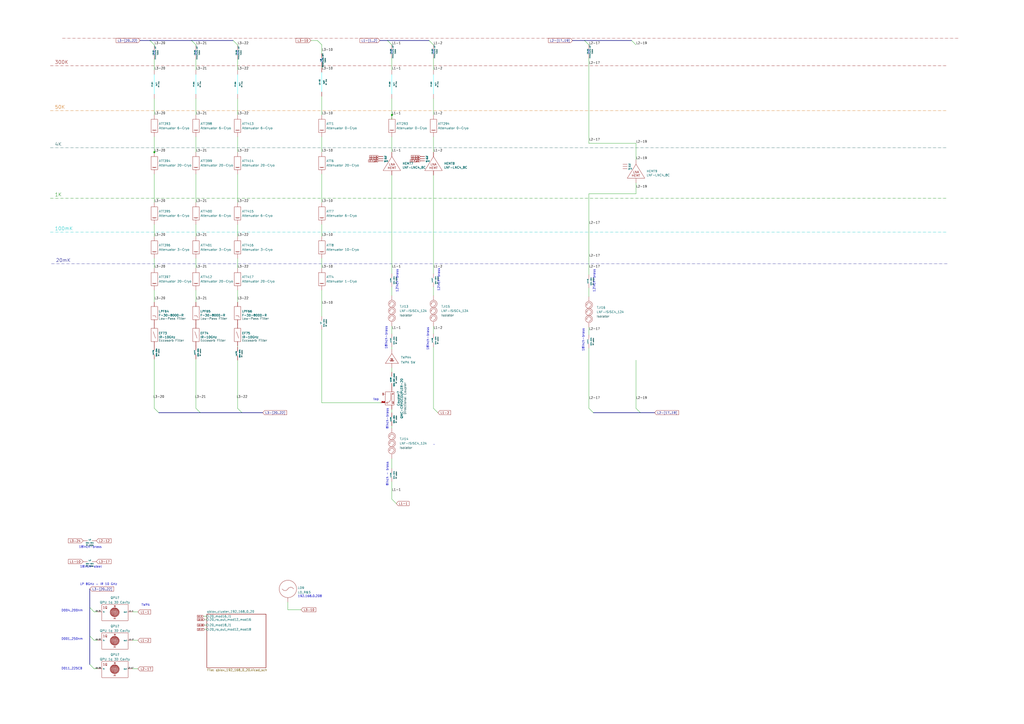
<source format=kicad_sch>
(kicad_sch (version 20230121) (generator eeschema)
  (paper "A2")
  (title_block (title "XLD Setup Q2 2023") (date "2023-06-14") (company "Technology Innovation Institute"))
  (lib_symbols
    (symbol "Quantum Computing:Amplifier HEMT LNF-LNC4_8C" (on_board no)
      (property "Reference" "HEMT" (at 6.096 1.016 0))
      (property "Value" "LNF-LNC4_8C" (at 6.096 -1.27 0))
      (symbol "Amplifier HEMT LNF-LNC4_8C_0_0"
        (text "HEMT" (at 0 -1.524 0) (effects (font (size 1.27 1.27))))
        (text "LNA" (at 0 0.508 0) (effects (font (size 1.27 1.27))))
      )
      (symbol "Amplifier HEMT LNF-LNC4_8C_1_1"
        (pin input line (at 0 -5.715 90) (length 2.54) (name "") (number ""))
        (pin output line (at 0 7.62 270) (length 2.54) (name "") (number ""))
        (pin power_in line (at -7.62 3.81 0) (length 2.54) (name "Vd") (number ""))
        (pin power_in line (at -7.62 5.08 0) (length 2.54) (name "Vg") (number ""))
        (pin power_in line (at -7.62 2.54 0) (length 2.54) (name "gnd") (number ""))
      )
    )
    (symbol "Quantum Computing:Attenuator 0-Cryo" (on_board no)
      (property "Reference" "ATT" (at 2.54 1.27 0))
      (property "Value" "Attenuator 0-Cryo" (at 2.54 -1.27 0))
      (symbol "Attenuator 0-Cryo_1_1"
        (pin bidirectional line (at 0 -6.35 90) (length 2.54) (name "") (number ""))
        (pin bidirectional line (at 0 6.35 270) (length 2.54) (name "") (number ""))
      )
    )
    (symbol "Quantum Computing:Attenuator 1-Cryo" (on_board no)
      (property "Reference" "ATT" (at 2.54 1.27 0))
      (property "Value" "Attenuator 1-Cryo" (at 2.54 -1.27 0))
      (symbol "Attenuator 1-Cryo_1_1"
        (pin bidirectional line (at 0 -6.35 90) (length 2.54) (name "") (number ""))
        (pin bidirectional line (at 0 6.35 270) (length 2.54) (name "") (number ""))
      )
    )
    (symbol "Quantum Computing:Attenuator 10-Cryo" (on_board no)
      (property "Reference" "ATT" (at 2.54 1.27 0))
      (property "Value" "Attenuator 10-Cryo" (at 2.54 -1.27 0))
      (symbol "Attenuator 10-Cryo_1_1"
        (pin bidirectional line (at 0 -6.35 90) (length 2.54) (name "") (number ""))
        (pin bidirectional line (at 0 6.35 270) (length 2.54) (name "") (number ""))
      )
    )
    (symbol "Quantum Computing:Attenuator 20-Cryo" (on_board no)
      (property "Reference" "ATT" (at 2.54 1.27 0))
      (property "Value" "Attenuator 20-Cryo" (at 2.54 -1.27 0))
      (symbol "Attenuator 20-Cryo_1_1"
        (pin bidirectional line (at 0 -6.35 90) (length 2.54) (name "") (number ""))
        (pin bidirectional line (at 0 6.35 270) (length 2.54) (name "") (number ""))
      )
    )
    (symbol "Quantum Computing:Attenuator 3-Cryo" (on_board no)
      (property "Reference" "ATT" (at 2.54 1.27 0))
      (property "Value" "Attenuator 3-Cryo" (at 2.54 -1.27 0))
      (symbol "Attenuator 3-Cryo_1_1"
        (pin bidirectional line (at 0 -6.35 90) (length 2.54) (name "") (number ""))
        (pin bidirectional line (at 0 6.35 270) (length 2.54) (name "") (number ""))
      )
    )
    (symbol "Quantum Computing:Attenuator 6-Cryo" (on_board no)
      (property "Reference" "ATT" (at 2.54 1.27 0))
      (property "Value" "Attenuator 6-Cryo" (at 2.54 -1.27 0))
      (symbol "Attenuator 6-Cryo_1_1"
        (pin bidirectional line (at 0 -6.35 90) (length 2.54) (name "") (number ""))
        (pin bidirectional line (at 0 6.35 270) (length 2.54) (name "") (number ""))
      )
    )
    (symbol "Quantum Computing:Directional Coupler QMC-CRYOCOUPLER-20"
      (property "Reference" "Coupler" (at 0 -3.81 0))
      (property "Value" "QMC-CRYOCOUPLER-20" (at 0 -5.715 0))
      (symbol "Directional Coupler QMC-CRYOCOUPLER-20_1_0"
        (text "50Ω" (at -2.54 5.08 0) (effects (font (size 0.5 0.5))))
        (text "in" (at -3.175 -0.635 0) (effects (font (size 0.6 0.6)) (justify left)))
        (text "out" (at 3.175 -0.635 0) (effects (font (size 0.6 0.6)) (justify right)))
      )
      (symbol "Directional Coupler QMC-CRYOCOUPLER-20_1_1"
        (text "Directional Coupler" (at 0 -7.62 0) (effects (font (size 1.27 1.27))))
        (pin output line (at -6.35 0 0) (length 2.54) (name "") (number ""))
        (pin input line (at 6.35 0 180) (length 2.54) (name "") (number ""))
        (pin input line (at 2.54 6.35 270) (length 2.54) (name "") (number "20dB"))
      )
    )
    (symbol "Quantum Computing:Filter Eccosorb IR-10GHz" (on_board no)
      (property "Reference" "EF" (at 2.5 1.016 0))
      (property "Value" "IR-10GHz" (at 2.5 -1.27 0))
      (symbol "Filter Eccosorb IR-10GHz_1_0"
        (text "Eccosorb Filter" (at 2.54 -3.175 0) (effects (font (size 1.27 1.27)) (justify left)))
      )
      (symbol "Filter Eccosorb IR-10GHz_1_1"
        (pin bidirectional line (at 0 -6.35 90) (length 2.54) (name "") (number ""))
        (pin bidirectional line (at 0 6.35 270) (length 2.54) (name "") (number ""))
      )
    )
    (symbol "Quantum Computing:Filter Low-Pass F-30-8000-R" (on_board no)
      (property "Reference" "LPF" (at 2.5 1.016 0))
      (property "Value" "F-30-8000-R" (at 2.5 -1.27 0))
      (symbol "Filter Low-Pass F-30-8000-R_1_1"
        (text "Low-Pass Filter" (at 2.54 -3.175 0) (effects (font (size 1.27 1.27)) (justify left)))
        (pin bidirectional line (at 0 -6.35 90) (length 2.54) (name "") (number ""))
        (pin bidirectional line (at 0 6.35 270) (length 2.54) (name "") (number ""))
      )
    )
    (symbol "Quantum Computing:Isolator LNF-ISISC4_12A" (on_board no)
      (property "Reference" "TJI" (at 4.445 2.54 0))
      (property "Value" "LNF-ISISC4_12A" (at 4.445 0 0))
      (symbol "Isolator LNF-ISISC4_12A_1_1"
        (text "Isolator" (at 4.445 -2.54 0) (effects (font (size 1.27 1.27)) (justify left)))
        (pin input line (at 0 -8.89 90) (length 2.54) (name "") (number ""))
        (pin output line (at 0 8.89 270) (length 2.54) (name "") (number ""))
      )
    )
    (symbol "Quantum Computing:LO_R&S" (on_board no)
      (property "Reference" "LO" (at 7.62 1.016 0))
      (property "Value" "LO_R&S" (at 7.62 -1.27 0))
      (symbol "LO_R&S_1_1"
        (pin output line (at 0 -7.62 90) (length 2.54) (name "") (number ""))
      )
    )
    (symbol "Quantum Computing:QPU 1q 3D Cavity" (on_board no)
      (property "Reference" "QPU" (at 0 7.62 0))
      (property "Value" "QPU 1q 3D Cavity" (at 0 5.588 0))
      (symbol "QPU 1q 3D Cavity_0_0"
        (text "1Q" (at -5.715 2.54 0) (effects (font (size 1.27 1.27))))
      )
      (symbol "QPU 1q 3D Cavity_1_1"
        (pin input line (at -10.16 0 0) (length 2.54) (name "in") (number ""))
        (pin output line (at 10.16 0 180) (length 2.54) (name "out") (number ""))
      )
    )
    (symbol "Quantum Computing:RF Cable Minicircuits-6FT"
      (property "Reference" "CBL" (at 0 0.635 0))
      (property "Value" "Minicircuits-6FT" (at 0 -0.635 0))
      (symbol "RF Cable Minicircuits-6FT_1_1"
        (text "Cable" (at 0 -1.905 0) (effects (font (size 0.64 0.64))))
        (pin bidirectional line (at -3.81 0 0) (length 2.54) (name "") (number ""))
        (pin bidirectional line (at 3.81 0 180) (length 2.54) (name "") (number ""))
      )
    )
    (symbol "Quantum Computing:RF Cable SMA-SMA"
      (property "Reference" "RFC" (at 0 0.635 0))
      (property "Value" "SMA-SMA" (at 0 -1.27 0))
      (symbol "RF Cable SMA-SMA_1_0"
        (text "RF cable" (at 0 -2.54 0) (effects (font (size 0.64 0.64))))
      )
      (symbol "RF Cable SMA-SMA_1_1"
        (pin bidirectional line (at -3.81 0 0) (length 2.54) (name "") (number ""))
        (pin bidirectional line (at 3.81 0 180) (length 2.54) (name "") (number ""))
      )
    )
    (symbol "Quantum Computing:RF Cable SMA-SMA_short"
      (property "Reference" "RFC" (at 0 0.635 0))
      (property "Value" "SMA-SMA short" (at 0 -1.27 0))
      (symbol "RF Cable SMA-SMA_short_1_0"
        (text "RF cable" (at 0 -2.54 0) (effects (font (size 0.64 0.64))))
      )
      (symbol "RF Cable SMA-SMA_short_1_1"
        (pin bidirectional line (at -4.445 0 0) (length 2.54) (name "") (number ""))
        (pin bidirectional line (at 4.445 0 180) (length 2.54) (name "") (number ""))
      )
    )
    (symbol "Quantum Computing:RF Line NbTi"
      (property "Reference" "RFL" (at 0 1.27 0))
      (property "Value" "NbTi" (at 0 -1.27 0))
      (symbol "RF Line NbTi_1_0"
        (text "RF line" (at 0 -2.54 0) (effects (font (size 0.64 0.64))))
      )
      (symbol "RF Line NbTi_1_1"
        (pin bidirectional line (at -8.255 0 0) (length 2.54) (name "") (number ""))
        (pin bidirectional line (at 8.255 0 180) (length 2.54) (name "") (number ""))
      )
    )
    (symbol "Quantum Computing:TWPA SW"
      (property "Reference" "TWPA" (at 5.08 2.54 0))
      (property "Value" "TWPA SW" (at 5.08 0.635 0))
      (symbol "TWPA SW_0_0"
        (text "SW" (at 0 2.54 0) (effects (font (size 0.7 0.7))))
      )
      (symbol "TWPA SW_1_1"
        (pin input line (at 0 -2.54 90) (length 2.54) (name "") (number ""))
        (pin output line (at 0 8.255 270) (length 2.54) (name "") (number ""))
      )
    )
  )
  (junction (at 227.33 66.675))
  (junction (at 89.535 88.265))
  (bus_entry (at 341.63 236.855) (size 2.54 2.54))
  (bus_entry (at 52.07 385.445) (size 2.54 2.54))
  (bus_entry (at 251.46 26.035) (size -2.54 -2.54))
  (bus_entry (at 368.935 26.035) (size -2.54 -2.54))
  (bus_entry (at 52.07 352.425) (size 2.54 2.54))
  (bus_entry (at 251.46 236.855) (size 2.54 2.54))
  (bus_entry (at 89.535 26.035) (size -2.54 -2.54))
  (bus_entry (at 137.795 26.035) (size -2.54 -2.54))
  (bus_entry (at 227.33 289.56) (size 2.54 2.54))
  (bus_entry (at 368.935 236.855) (size 2.54 2.54))
  (bus_entry (at 186.69 26.035) (size -2.54 -2.54))
  (bus_entry (at 52.07 368.935) (size 2.54 2.54))
  (bus_entry (at 113.665 236.855) (size 2.54 2.54))
  (bus_entry (at 137.795 236.855) (size 2.54 2.54))
  (bus_entry (at 113.665 26.035) (size -2.54 -2.54))
  (bus_entry (at 89.535 236.855) (size 2.54 2.54))
  (bus_entry (at 227.33 26.035) (size -2.54 -2.54))
  (bus_entry (at 341.63 26.035) (size -2.54 -2.54))
  (wire (pts (xy 76.835 371.475) (xy 80.01 371.475)))
  (wire (pts (xy 341.63 33.655) (xy 341.63 83.185)))
  (wire (pts (xy 186.69 38.735) (xy 186.69 39.37)))
  (wire (pts (xy 251.46 201.295) (xy 251.46 236.855)))
  (wire (pts (xy 186.69 130.175) (xy 186.69 137.16)))
  (polyline (pts (xy 29.21 38.1) (xy 549.275 38.1)) (stroke (width 0) (type dash_dot) (color 132 0 0 1)))
  (wire (pts (xy 137.795 26.035) (xy 137.795 26.67)))
  (wire (pts (xy 227.33 79.375) (xy 227.33 88.265)))
  (wire (pts (xy 89.535 168.275) (xy 89.535 175.26)))
  (wire (pts (xy 113.665 168.275) (xy 113.665 175.26)))
  (wire (pts (xy 89.535 149.86) (xy 89.535 155.575)))
  (wire (pts (xy 227.33 289.56) (xy 227.33 279.4)))
  (wire (pts (xy 227.33 247.015) (xy 227.33 248.285)))
  (wire (pts (xy 368.935 83.185) (xy 368.935 92.71)))
  (wire (pts (xy 227.33 33.655) (xy 227.33 40.64)))
  (wire (pts (xy 137.795 79.375) (xy 137.795 88.265)))
  (wire (pts (xy 76.835 387.985) (xy 80.01 387.985)))
  (bus (pts (xy 339.09 23.495) (xy 332.105 23.495)))
  (wire (pts (xy 341.63 112.395) (xy 341.63 159.385)))
  (wire (pts (xy 368.935 106.045) (xy 368.935 112.395)))
  (wire (pts (xy 341.63 112.395) (xy 368.935 112.395)))
  (bus (pts (xy 116.205 239.395) (xy 140.335 239.395)))
  (wire (pts (xy 113.665 34.29) (xy 113.665 40.64)))
  (bus (pts (xy 135.255 23.495) (xy 111.125 23.495)))
  (wire (pts (xy 227.33 213.36) (xy 227.33 215.9)))
  (wire (pts (xy 137.795 149.86) (xy 137.795 155.575)))
  (wire (pts (xy 251.46 101.6) (xy 251.46 158.75)))
  (wire (pts (xy 137.795 200.66) (xy 137.795 201.295)))
  (wire (pts (xy 118.11 357.505) (xy 120.015 357.505)))
  (polyline (pts (xy 251.46 257.81) (xy 252.095 257.81)))
  (wire (pts (xy 54.61 354.965) (xy 56.515 354.965)))
  (wire (pts (xy 186.69 55.88) (xy 186.69 66.675)))
  (wire (pts (xy 341.63 167.005) (xy 341.63 172.085)))
  (wire (pts (xy 137.795 57.15) (xy 137.795 66.675)))
  (bus (pts (xy 52.07 368.935) (xy 52.07 385.445)))
  (bus (pts (xy 339.09 23.495) (xy 366.395 23.495)))
  (polyline (pts (xy 29.21 134.62) (xy 549.275 134.62)) (stroke (width 0) (type dash_dot) (color 0 194 194 1)))
  (wire (pts (xy 227.33 201.295) (xy 227.33 202.565)))
  (wire (pts (xy 227.33 166.37) (xy 227.33 171.45)))
  (wire (pts (xy 113.665 149.86) (xy 113.665 155.575)))
  (wire (pts (xy 113.665 236.855) (xy 113.665 208.28)))
  (wire (pts (xy 137.795 168.275) (xy 137.795 175.26)))
  (wire (pts (xy 227.33 57.15) (xy 227.33 66.675)))
  (wire (pts (xy 227.33 266.065) (xy 227.33 271.78)))
  (wire (pts (xy 137.795 34.29) (xy 137.795 40.64)))
  (polyline (pts (xy 29.21 114.935) (xy 549.275 114.935)) (stroke (width 0) (type dash_dot) (color 0 132 0 1)))
  (bus (pts (xy 371.475 239.395) (xy 379.73 239.395)))
  (wire (pts (xy 89.535 208.28) (xy 89.535 236.855)))
  (wire (pts (xy 227.33 189.23) (xy 227.33 193.675)))
  (bus (pts (xy 86.995 23.495) (xy 81.28 23.495)))
  (wire (pts (xy 186.69 149.86) (xy 186.69 155.575)))
  (wire (pts (xy 113.665 79.375) (xy 113.665 88.265)))
  (polyline (pts (xy 29.21 85.725) (xy 549.275 85.725)) (stroke (width 0) (type dash_dot) (color 0 72 72 1)))
  (wire (pts (xy 227.33 66.675) (xy 227.33 69.215)))
  (wire (pts (xy 54.61 387.985) (xy 56.515 387.985)))
  (wire (pts (xy 118.745 365.125) (xy 120.015 365.125)))
  (wire (pts (xy 186.69 26.035) (xy 186.69 31.115)))
  (wire (pts (xy 118.745 362.585) (xy 120.015 362.585)))
  (wire (pts (xy 54.61 371.475) (xy 56.515 371.475)))
  (wire (pts (xy 89.535 79.375) (xy 89.535 88.265)))
  (bus (pts (xy 248.92 23.495) (xy 224.79 23.495)))
  (wire (pts (xy 186.69 168.275) (xy 186.69 183.515)))
  (wire (pts (xy 76.835 354.965) (xy 80.01 354.965)))
  (wire (pts (xy 89.535 100.965) (xy 89.535 117.475)))
  (wire (pts (xy 174.625 353.695) (xy 167.005 353.695)))
  (bus (pts (xy 224.79 23.495) (xy 220.345 23.495)))
  (bus (pts (xy 92.075 239.395) (xy 116.205 239.395)))
  (wire (pts (xy 113.665 26.035) (xy 113.665 26.67)))
  (wire (pts (xy 341.63 201.93) (xy 341.63 236.855)))
  (bus (pts (xy 140.335 239.395) (xy 152.4 239.395)))
  (wire (pts (xy 368.935 208.915) (xy 368.935 236.855)))
  (wire (pts (xy 220.98 233.68) (xy 186.69 233.68)))
  (wire (pts (xy 137.795 100.965) (xy 137.795 117.475)))
  (wire (pts (xy 167.005 353.695) (xy 167.005 349.25)))
  (wire (pts (xy 89.535 130.175) (xy 89.535 137.16)))
  (wire (pts (xy 113.665 57.15) (xy 113.665 66.675)))
  (polyline (pts (xy 29.845 153.035) (xy 549.91 153.035)) (stroke (width 0) (type dash_dot) (color 0 0 132 1)))
  (bus (pts (xy 52.07 341.63) (xy 52.07 352.425)))
  (polyline (pts (xy 36.195 22.225) (xy 556.26 22.225)) (stroke (width 0) (type dash_dot) (color 132 0 0 1)))
  (wire (pts (xy 89.535 26.035) (xy 89.535 26.67)))
  (bus (pts (xy 344.17 239.395) (xy 371.475 239.395)))
  (wire (pts (xy 186.69 233.68) (xy 186.69 191.135)))
  (wire (pts (xy 251.46 189.23) (xy 251.46 193.675)))
  (wire (pts (xy 137.795 130.175) (xy 137.795 137.16)))
  (wire (pts (xy 251.46 79.375) (xy 251.46 88.265)))
  (wire (pts (xy 113.665 130.175) (xy 113.665 137.16)))
  (wire (pts (xy 251.46 166.37) (xy 251.46 171.45)))
  (wire (pts (xy 89.535 57.15) (xy 89.535 66.675)))
  (wire (pts (xy 341.63 189.865) (xy 341.63 194.31)))
  (wire (pts (xy 341.63 83.185) (xy 368.935 83.185)))
  (wire (pts (xy 89.535 34.29) (xy 89.535 40.64)))
  (wire (pts (xy 227.33 101.6) (xy 227.33 158.75)))
  (wire (pts (xy 227.33 237.49) (xy 227.33 239.395)))
  (wire (pts (xy 137.795 236.855) (xy 137.795 208.915)))
  (wire (pts (xy 113.665 100.965) (xy 113.665 117.475)))
  (wire (pts (xy 251.46 57.15) (xy 251.46 66.675)))
  (wire (pts (xy 251.46 33.655) (xy 251.46 40.64)))
  (wire (pts (xy 89.535 88.265) (xy 89.535 88.9)))
  (wire (pts (xy 118.745 359.41) (xy 120.015 359.41)))
  (polyline (pts (xy 29.21 64.135) (xy 549.275 64.135)) (stroke (width 0) (type dash_dot) (color 204 102 0 1)))
  (wire (pts (xy 180.34 23.495) (xy 184.15 23.495)))
  (wire (pts (xy 186.69 100.965) (xy 186.69 117.475)))
  (wire (pts (xy 186.69 79.375) (xy 186.69 88.265)))
  (bus (pts (xy 52.07 352.425) (xy 52.07 368.935)))
  (bus (pts (xy 111.125 23.495) (xy 86.995 23.495)))
  (text "192.168.0.208\n" (at 172.72 346.71 0) (effects (font (size 1.27 1.27)) (justify left bottom)))
  (text "TWPA" (at 81.915 351.79 0) (effects (font (size 1.27 1.27)) (justify left bottom)))
  (text "12inch-brass" (at 255.27 168.91 90) (effects (font (size 1.27 1.27)) (justify left bottom)))
  (text "LP 8GHz - IR 10 GHz" (at 46.355 339.725 0) (effects (font (size 1.27 1.27)) (justify left bottom)))
  (text "18inch-brass" (at 339.09 203.835 90) (effects (font (size 1.27 1.27)) (justify left bottom)))
  (text "8inch - brass" (at 225.425 281.94 90) (effects (font (size 1.27 1.27)) (justify left bottom)))
  (text "1K" (at 31.75 114.3 0) (effects (font (size 2 2)) (justify left bottom)))
  (text "300K" (at 31.75 37.465 0) (effects (font (size 2 2)) (justify left bottom)))
  (text "8inch-brass" (at 225.425 248.92 90) (effects (font (size 1.27 1.27)) (justify left bottom)))
  (text "18inch-brass" (at 248.92 203.2 90) (effects (font (size 1.27 1.27)) (justify left bottom)))
  (text "12inch-brass" (at 345.44 169.545 90) (effects (font (size 1.27 1.27)) (justify left bottom)))
  (text "D011_225CB\n" (at 35.56 388.62 0) (effects (font (size 1.27 1.27)) (justify left bottom)))
  (text "50K" (at 31.75 63.5 0) (effects (font (size 2 2)) (justify left bottom)))
  (text "12inch-brass" (at 231.14 169.545 90) (effects (font (size 1.27 1.27)) (justify left bottom)))
  (text "18inch-brass" (at 224.79 202.565 90) (effects (font (size 1.27 1.27)) (justify left bottom)))
  (text "top" (at 216.535 232.41 0) (effects (font (size 1.27 1.27)) (justify left bottom)))
  (text "100mK" (at 31.75 133.985 0) (effects (font (size 2 2)) (justify left bottom)))
  (text "4K" (at 31.75 85.09 0) (effects (font (size 2 2)) (justify left bottom)))
  (text "D001_250nm\n" (at 35.56 371.475 0) (effects (font (size 1.27 1.27)) (justify left bottom)))
  (text "18inch-brass" (at 45.72 318.135 0) (effects (font (size 1.27 1.27)) (justify left bottom)))
  (text "18inch-steel" (at 46.355 329.565 0) (effects (font (size 1.27 1.27)) (justify left bottom)))
  (text "D004_200nm" (at 35.56 354.965 0) (effects (font (size 1.27 1.27)) (justify left bottom)))
  (text "20mK" (at 32.385 152.4 0) (effects (font (size 2 2)) (justify left bottom)))
  (label "L2-19" (at 368.935 92.71 0))
  (label "L2-17" (at 341.63 130.175 0))
  (label "L2-19" (at 368.935 109.22 0))
  (label "L1-1" (at 227.33 26.035 0))
  (label "L2-17" (at 341.63 37.465 0))
  (label "L3-21" (at 113.03 231.14 0))
  (label "L2-17" (at 341.63 81.915 0))
  (label "L3-22" (at 137.795 117.475 0))
  (label "L3-20" (at 89.535 66.675 0))
  (label "L3-10" (at 186.69 66.675 0))
  (label "L2-19" (at 368.935 83.185 0))
  (label "L1-1" (at 227.33 191.135 0))
  (label "L1-1" (at 227.33 40.64 0))
  (label "L3-10" (at 186.69 40.64 0))
  (label "L1-1" (at 227.33 285.115 0))
  (label "L3-22" (at 137.795 88.265 0))
  (label "L2-17" (at 77.47 387.985 180) (effects (font (size 0.64 0.64))))
  (label "L3-21" (at 113.665 88.265 0))
  (label "L3-21" (at 113.665 26.035 0))
  (label "L3-21" (at 113.665 173.99 0))
  (label "L3-20" (at 89.535 137.16 0))
  (label "L3-10" (at 186.69 88.265 0))
  (label "L1-1" (at 227.33 155.575 0))
  (label "L3-20" (at 89.535 117.475 0))
  (label "L3-22" (at 137.795 137.16 0))
  (label "L1-2" (at 251.46 26.035 0))
  (label "L3-20" (at 89.535 155.575 0))
  (label "L3-21" (at 113.665 117.475 0))
  (label "L2-17" (at 341.63 191.77 0))
  (label "L2-17" (at 341.63 149.225 0))
  (label "L2-19" (at 368.935 231.775 0))
  (label "L3-21" (at 113.665 40.64 0))
  (label "L3-22" (at 137.795 26.035 0))
  (label "L1-1" (at 227.33 88.265 0))
  (label "L3-22" (at 137.795 155.575 0))
  (label "L3-20" (at 89.535 26.035 0))
  (label "L2-17" (at 341.63 231.775 0))
  (label "L3-21" (at 113.665 155.575 0))
  (label "L1-1" (at 77.47 354.965 180) (effects (font (size 0.64 0.64))))
  (label "L1-1" (at 227.33 66.675 0))
  (label "L1-2" (at 251.46 155.575 0))
  (label "L1-2" (at 251.46 88.265 0))
  (label "L3-22" (at 137.795 173.99 0))
  (label "L1-2" (at 251.46 66.675 0))
  (label "L2-19" (at 368.935 26.035 0))
  (label "L3-22" (at 137.795 40.64 0))
  (label "L3-21" (at 113.665 137.16 0))
  (label "L1-2" (at 251.46 40.64 0))
  (label "L3-21" (at 113.665 66.675 0))
  (label "L1-2" (at 77.47 371.475 180) (effects (font (size 0.64 0.64))))
  (label "L3-20" (at 89.535 173.99 0))
  (label "L3-20" (at 89.535 88.265 0))
  (label "L3-22" (at 137.795 66.675 0))
  (label "L2-17" (at 341.63 155.575 0))
  (label "L3-10" (at 186.69 155.575 0))
  (label "L1-2" (at 251.46 191.135 0))
  (label "L3-21" (at 55.245 354.965 0) (effects (font (size 0.64 0.64))))
  (label "L2-17" (at 341.63 26.035 0))
  (label "L3-20" (at 88.9 231.14 0))
  (label "L3-20" (at 55.245 387.985 0) (effects (font (size 0.64 0.64))))
  (label "L3-10" (at 186.69 29.845 0))
  (label "L3-20" (at 89.535 40.64 0))
  (label "L3-10" (at 186.69 117.475 0))
  (label "L3-22" (at 55.245 371.475 0) (effects (font (size 0.64 0.64))))
  (label "L3-22" (at 137.16 231.14 0))
  (label "L3-10" (at 186.69 137.16 0))
  (label "L3-10" (at 186.69 176.53 0))
  (global_label "L1-10" (shape input) (at 48.26 325.755 180) (property "Intersheetrefs" "${INTERSHEET_REFS}" (effects hide)))
  (global_label "L3-21" (shape input) (at 118.745 359.41 180) (effects (font (size 0.64 0.64))) (property "Intersheetrefs" "${INTERSHEET_REFS}" (effects hide)))
  (global_label "L1-1_Vg" (shape input) (at 219.71 90.805 180) (effects (font (size 0.64 0.64))) (property "Intersheetrefs" "${INTERSHEET_REFS}" (effects hide)))
  (global_label "L1-1_Vd" (shape input) (at 219.71 92.075 180) (effects (font (size 0.64 0.64))) (property "Intersheetrefs" "${INTERSHEET_REFS}" (effects hide)))
  (global_label "L1-2" (shape input) (at 254 239.395 0) (property "Intersheetrefs" "${INTERSHEET_REFS}" (effects hide)))
  (global_label "L1-2_gnd" (shape input) (at 243.84 93.345 180) (effects (font (size 0.64 0.64))) (property "Intersheetrefs" "${INTERSHEET_REFS}" (effects hide)))
  (global_label "L3-20" (shape input) (at 118.745 362.585 180) (effects (font (size 0.64 0.64))) (property "Intersheetrefs" "${INTERSHEET_REFS}" (effects hide)))
  (global_label "L3-17" (shape input) (at 55.88 325.755 0) (property "Intersheetrefs" "${INTERSHEET_REFS}" (effects hide)))
  (global_label "L2-17" (shape input) (at 118.745 365.125 180) (effects (font (size 0.64 0.64))) (property "Intersheetrefs" "${INTERSHEET_REFS}" (effects hide)))
  (global_label "L1-1" (shape input) (at 229.87 292.1 0) (property "Intersheetrefs" "${INTERSHEET_REFS}" (effects hide)))
  (global_label "L2-17" (shape input) (at 80.01 387.985 0) (property "Intersheetrefs" "${INTERSHEET_REFS}" (effects hide)))
  (global_label "L1-2" (shape input) (at 80.01 371.475 0) (property "Intersheetrefs" "${INTERSHEET_REFS}" (effects hide)))
  (global_label "L1-2_Vd" (shape input) (at 243.84 92.075 180) (effects (font (size 0.64 0.64))) (property "Intersheetrefs" "${INTERSHEET_REFS}" (effects hide)))
  (global_label "L3-10" (shape input) (at 174.625 353.695 0) (property "Intersheetrefs" "${INTERSHEET_REFS}" (effects hide)))
  (global_label "L2-12" (shape input) (at 55.88 313.69 0) (property "Intersheetrefs" "${INTERSHEET_REFS}" (effects hide)))
  (global_label "L3-24" (shape input) (at 48.26 313.69 180) (property "Intersheetrefs" "${INTERSHEET_REFS}" (effects hide)))
  (global_label "L3-[20..22]" (shape input) (at 52.07 341.63 0) (property "Intersheetrefs" "${INTERSHEET_REFS}" (effects hide)))
  (global_label "L2-[17..19]" (shape input) (at 379.73 239.395 0) (property "Intersheetrefs" "${INTERSHEET_REFS}" (effects hide)))
  (global_label "L3-10" (shape input) (at 180.34 23.495 180) (property "Intersheetrefs" "${INTERSHEET_REFS}" (effects hide)))
  (global_label "L2-[17..19]" (shape input) (at 332.105 23.495 180) (property "Intersheetrefs" "${INTERSHEET_REFS}" (effects hide)))
  (global_label "L3-[20..22]" (shape input) (at 152.4 239.395 0) (property "Intersheetrefs" "${INTERSHEET_REFS}" (effects hide)))
  (global_label "L1-2_Vg" (shape input) (at 243.84 90.805 180) (effects (font (size 0.64 0.64))) (property "Intersheetrefs" "${INTERSHEET_REFS}" (effects hide)))
  (global_label "L1-[1..2]" (shape input) (at 220.345 23.495 180) (property "Intersheetrefs" "${INTERSHEET_REFS}" (effects hide)))
  (global_label "L3-[20..22]" (shape input) (at 81.28 23.495 180) (property "Intersheetrefs" "${INTERSHEET_REFS}" (effects hide)))
  (global_label "L1-1" (shape input) (at 80.01 354.965 0) (property "Intersheetrefs" "${INTERSHEET_REFS}" (effects hide)))
  (global_label "L1-1_gnd" (shape input) (at 219.71 93.345 180) (effects (font (size 0.64 0.64))) (property "Intersheetrefs" "${INTERSHEET_REFS}" (effects hide)))
  (global_label "L1-1" (shape input) (at 118.11 357.505 180) (effects (font (size 0.64 0.64))) (property "Intersheetrefs" "${INTERSHEET_REFS}" (effects hide)))
  (symbol (lib_id "Quantum Computing:TWPA SW") (at 227.33 210.82 0) (unit 1)
    (property "Reference" "TWPA4" (at 232.41 207.3275 0) (effects (justify left)))
    (property "Value" "TWPA SW" (at 232.41 210.185 0) (effects (justify left)))
  )
  (symbol (lib_id "Quantum Computing:Attenuator 3-Cryo") (at 89.535 143.51 0) (unit 1) (on_board no)
    (property "Reference" "ATT396" (at 92.075 142.24 0) (effects (justify left)))
    (property "Value" "Attenuator 3-Cryo" (at 92.075 144.78 0) (effects (justify left)))
  )
  (symbol (lib_id "Quantum Computing:RF Line NbTi") (at 227.33 48.895 90) (unit 1)
    (property "Reference" "RFL88" (at 226.06 48.895 0) (effects (font (size 0.64 0.64))))
    (property "Value" "NbTi" (at 228.6 48.895 0) (effects (font (size 0.64 0.64))))
  )
  (symbol (lib_id "Quantum Computing:Attenuator 6-Cryo") (at 137.795 123.825 0) (unit 1) (on_board no)
    (property "Reference" "ATT415" (at 140.335 122.555 0) (effects (justify left)))
    (property "Value" "Attenuator 6-Cryo" (at 140.335 125.095 0) (effects (justify left)))
  )
  (symbol (lib_id "Quantum Computing:QPU 1q 3D Cavity") (at 66.675 354.965 0) (unit 1) (on_board no)
    (property "Reference" "QPU?" (at 66.675 346.71 0))
    (property "Value" "QPU 1q 3D Cavity" (at 66.675 349.377 0))
    (instances (project "Q2_2023" (path "" (reference "QPU?") (unit 1)) (path "" (reference "tii1qb4") (unit 1))))
  )
  (symbol (lib_id "Quantum Computing:RF Cable SMA-SMA") (at 113.665 204.47 90) (unit 1)
    (property "Reference" "L:177" (at 113.03 204.47 0) (effects (font (size 0.64 0.64))))
    (property "Value" "SMA-SMA" (at 114.935 204.47 0) (effects (font (size 0.64 0.64))))
  )
  (symbol (lib_id "Quantum Computing:Attenuator 20-Cryo") (at 113.665 161.925 0) (unit 1) (on_board no)
    (property "Reference" "ATT412" (at 116.205 160.655 0) (effects (justify left)))
    (property "Value" "Attenuator 20-Cryo" (at 116.205 163.195 0) (effects (justify left)))
  )
  (symbol (lib_id "Quantum Computing:RF Cable SMA-SMA") (at 341.63 163.195 90) (unit 1)
    (property "Reference" "L:140" (at 340.995 163.195 0) (effects (font (size 0.64 0.64))))
    (property "Value" "SMA-SMA" (at 342.9 163.195 0) (effects (font (size 0.64 0.64))))
  )
  (symbol (lib_id "Quantum Computing:RF Cable SMA-SMA") (at 251.46 197.485 90) (unit 1)
    (property "Reference" "L:138" (at 250.825 197.485 0) (effects (font (size 0.64 0.64))))
    (property "Value" "SMA-SMA" (at 252.73 197.485 0) (effects (font (size 0.64 0.64))))
  )
  (symbol (lib_id "Quantum Computing:RF Line NbTi") (at 137.795 48.895 90) (unit 1)
    (property "Reference" "RFL86" (at 136.525 48.895 0) (effects (font (size 0.64 0.64))))
    (property "Value" "NbTi" (at 139.065 48.895 0) (effects (font (size 0.64 0.64))))
  )
  (symbol (lib_id "Quantum Computing:RF Cable SMA-SMA") (at 227.33 275.59 90) (unit 1)
    (property "Reference" "L:135" (at 226.695 275.59 0) (effects (font (size 0.64 0.64))))
    (property "Value" "SMA-SMA" (at 228.6 275.59 0) (effects (font (size 0.64 0.64))))
  )
  (symbol (lib_id "Quantum Computing:RF Line NbTi") (at 113.665 48.895 90) (unit 1)
    (property "Reference" "RFL85" (at 112.395 48.895 0) (effects (font (size 0.64 0.64))))
    (property "Value" "NbTi" (at 114.935 48.895 0) (effects (font (size 0.64 0.64))))
  )
  (symbol (lib_id "Quantum Computing:RF Cable SMA-SMA") (at 186.69 187.325 90) (unit 1)
    (property "Reference" "L:1" (at 186.055 187.325 0) (effects (font (size 0.64 0.64))))
    (property "Value" "SMA-SMA" (at 187.96 187.325 0) (effects (font (size 0.64 0.64))))
    (instances (project "Q2_2023" (path "" (reference "L:1") (unit 1)) (path "" (reference "L:145") (unit 1)) (path "" (reference "L:151") (unit 1)) (path "" (reference "L:165") (unit 1)) (path "" (reference "L:195") (unit 1))))
  )
  (symbol (lib_id "Quantum Computing:QPU 1q 3D Cavity") (at 66.675 387.985 0) (unit 1) (on_board no)
    (property "Reference" "QPU?" (at 66.675 379.73 0))
    (property "Value" "QPU 1q 3D Cavity" (at 66.675 382.397 0))
    (instances (project "Q2_2023" (path "" (reference "QPU?") (unit 1)) (path "" (reference "tii1qb11") (unit 1))))
  )
  (symbol (lib_id "Quantum Computing:Isolator LNF-ISISC4_12A") (at 227.33 180.34 0) (unit 1) (on_board no)
    (property "Reference" "TJI13" (at 231.775 177.8 0) (effects (justify left)))
    (property "Value" "LNF-ISISC4_12A" (at 231.775 180.34 0) (effects (justify left)))
  )
  (symbol (lib_id "Quantum Computing:Filter Eccosorb IR-10GHz") (at 113.665 194.31 0) (unit 1) (on_board no)
    (property "Reference" "EF74" (at 116.165 193.294 0) (effects (justify left)))
    (property "Value" "IR-10GHz" (at 116.165 195.58 0) (effects (justify left)))
  )
  (symbol (lib_id "Quantum Computing:Amplifier HEMT LNF-LNC4_8C") (at 227.33 95.885 0) (unit 1) (on_board no)
    (property "Reference" "HEMT7" (at 233.426 94.869 0) (effects (justify left)))
    (property "Value" "LNF-LNC4_8C" (at 233.426 97.155 0) (effects (justify left)))
  )
  (symbol (lib_id "Quantum Computing:RF Cable SMA-SMA_short") (at 227.33 220.345 90) (unit 1)
    (property "Reference" "L:133" (at 226.695 220.345 0) (effects (font (size 0.64 0.64))))
    (property "Value" "SMA-SMA short" (at 228.6 220.345 0) (effects (font (size 0.64 0.64))))
  )
  (symbol (lib_id "Quantum Computing:RF Cable Minicircuits-6FT") (at 251.46 29.845 90) (unit 1)
    (property "Reference" "CBL89" (at 250.825 29.845 0) (effects (font (size 0.64 0.64))))
    (property "Value" "Minicircuits-6FT" (at 252.095 29.845 0) (effects (font (size 0.64 0.64))))
  )
  (symbol (lib_id "Quantum Computing:RF Cable Minicircuits-6FT") (at 186.69 34.925 90) (unit 1)
    (property "Reference" "L:6" (at 186.055 34.925 0) (effects (font (size 0.64 0.64))))
    (property "Value" "Minicircuits-6FT" (at 187.325 34.925 0) (effects (font (size 0.64 0.64))))
    (instances (project "Q2_2023" (path "" (reference "L:6") (unit 1)) (path "" (reference "L:143") (unit 1)) (path "" (reference "L:150") (unit 1)) (path "" (reference "L:164") (unit 1)) (path "" (reference "CBL87") (unit 1))))
  )
  (symbol (lib_id "Quantum Computing:Attenuator 6-Cryo") (at 137.795 73.025 0) (unit 1) (on_board no)
    (property "Reference" "ATT413" (at 140.335 71.755 0) (effects (justify left)))
    (property "Value" "Attenuator 6-Cryo" (at 140.335 74.295 0) (effects (justify left)))
  )
  (symbol (lib_id "Quantum Computing:RF Cable SMA-SMA") (at 341.63 198.12 90) (unit 1)
    (property "Reference" "L:141" (at 340.995 198.12 0) (effects (font (size 0.64 0.64))))
    (property "Value" "SMA-SMA" (at 342.9 198.12 0) (effects (font (size 0.64 0.64))))
  )
  (symbol (lib_id "Quantum Computing:RF Cable Minicircuits-6FT") (at 89.535 30.48 90) (unit 1)
    (property "Reference" "CBL84" (at 88.9 30.48 0) (effects (font (size 0.64 0.64))))
    (property "Value" "Minicircuits-6FT" (at 90.17 30.48 0) (effects (font (size 0.64 0.64))))
  )
  (symbol (lib_id "Quantum Computing:Attenuator 0-Cryo") (at 251.46 73.025 0) (unit 1) (on_board no)
    (property "Reference" "ATT294" (at 254 71.755 0) (effects (justify left)))
    (property "Value" "Attenuator 0-Cryo" (at 254 74.295 0) (effects (justify left)))
  )
  (symbol (lib_id "Quantum Computing:Filter Low-Pass F-30-8000-R") (at 113.665 181.61 0) (unit 1) (on_board no)
    (property "Reference" "LPF65" (at 116.165 180.594 0) (effects (justify left)))
    (property "Value" "F-30-8000-R" (at 116.165 182.88 0) (effects (justify left)))
  )
  (symbol (lib_id "Quantum Computing:RF Cable Minicircuits-6FT") (at 227.33 29.845 90) (unit 1)
    (property "Reference" "CBL88" (at 226.695 29.845 0) (effects (font (size 0.64 0.64))))
    (property "Value" "Minicircuits-6FT" (at 227.965 29.845 0) (effects (font (size 0.64 0.64))))
  )
  (symbol (lib_id "Quantum Computing:Attenuator 20-Cryo") (at 89.535 161.925 0) (unit 1) (on_board no)
    (property "Reference" "ATT397" (at 92.075 160.655 0) (effects (justify left)))
    (property "Value" "Attenuator 20-Cryo" (at 92.075 163.195 0) (effects (justify left)))
  )
  (symbol (lib_id "Quantum Computing:RF Cable Minicircuits-6FT") (at 113.665 30.48 90) (unit 1)
    (property "Reference" "CBL85" (at 113.03 30.48 0) (effects (font (size 0.64 0.64))))
    (property "Value" "Minicircuits-6FT" (at 114.3 30.48 0) (effects (font (size 0.64 0.64))))
  )
  (symbol (lib_id "Quantum Computing:Isolator LNF-ISISC4_12A") (at 227.33 257.175 0) (unit 1) (on_board no)
    (property "Reference" "TJI14" (at 231.775 254.635 0) (effects (justify left)))
    (property "Value" "LNF-ISISC4_12A" (at 231.775 257.175 0) (effects (justify left)))
  )
  (symbol (lib_id "Quantum Computing:Attenuator 20-Cryo") (at 186.69 94.615 0) (unit 1) (on_board no)
    (property "Reference" "ATT6" (at 189.23 93.345 0) (effects (justify left)))
    (property "Value" "Attenuator 20-Cryo" (at 189.23 95.885 0) (effects (justify left)))
    (instances (project "Q2_2023" (path "" (reference "ATT6") (unit 1)) (path "" (reference "ATT296") (unit 1)) (path "" (reference "ATT62") (unit 1)) (path "" (reference "ATT113") (unit 1)) (path "" (reference "ATT318") (unit 1))))
  )
  (symbol (lib_id "Quantum Computing:Filter Eccosorb IR-10GHz") (at 89.535 194.31 0) (unit 1) (on_board no)
    (property "Reference" "EF73" (at 92.035 193.294 0) (effects (justify left)))
    (property "Value" "IR-10GHz" (at 92.035 195.58 0) (effects (justify left)))
  )
  (symbol (lib_id "Quantum Computing:Amplifier HEMT LNF-LNC4_8C") (at 368.935 100.33 0) (unit 1) (on_board no)
    (property "Reference" "HEMT9" (at 375.031 99.314 0) (effects (justify left)))
    (property "Value" "LNF-LNC4_8C" (at 375.031 101.6 0) (effects (justify left)))
  )
  (symbol (lib_id "Quantum Computing:Filter Low-Pass F-30-8000-R") (at 89.535 181.61 0) (unit 1) (on_board no)
    (property "Reference" "LPF64" (at 92.035 180.594 0) (effects (justify left)))
    (property "Value" "F-30-8000-R" (at 92.035 182.88 0) (effects (justify left)))
  )
  (symbol (lib_id "Quantum Computing:Attenuator 6-Cryo") (at 113.665 73.025 0) (unit 1) (on_board no)
    (property "Reference" "ATT398" (at 116.205 71.755 0) (effects (justify left)))
    (property "Value" "Attenuator 6-Cryo" (at 116.205 74.295 0) (effects (justify left)))
  )
  (symbol (lib_id "Quantum Computing:Attenuator 3-Cryo") (at 137.795 143.51 0) (unit 1) (on_board no)
    (property "Reference" "ATT416" (at 140.335 142.24 0) (effects (justify left)))
    (property "Value" "Attenuator 3-Cryo" (at 140.335 144.78 0) (effects (justify left)))
  )
  (symbol (lib_id "Quantum Computing:RF Cable SMA-SMA") (at 251.46 162.56 90) (unit 1)
    (property "Reference" "L:137" (at 250.825 162.56 0) (effects (font (size 0.64 0.64))))
    (property "Value" "SMA-SMA" (at 252.73 162.56 0) (effects (font (size 0.64 0.64))))
  )
  (symbol (lib_id "Quantum Computing:Attenuator 20-Cryo") (at 89.535 94.615 0) (unit 1) (on_board no)
    (property "Reference" "ATT394" (at 92.075 93.345 0) (effects (justify left)))
    (property "Value" "Attenuator 20-Cryo" (at 92.075 95.885 0) (effects (justify left)))
  )
  (symbol (lib_id "Quantum Computing:RF Cable SMA-SMA") (at 227.33 243.205 90) (unit 1)
    (property "Reference" "L:134" (at 226.695 243.205 0) (effects (font (size 0.64 0.64))))
    (property "Value" "SMA-SMA" (at 228.6 243.205 0) (effects (font (size 0.64 0.64))))
  )
  (symbol (lib_id "Quantum Computing:RF Cable SMA-SMA") (at 227.33 197.485 90) (unit 1)
    (property "Reference" "L:132" (at 226.695 197.485 0) (effects (font (size 0.64 0.64))))
    (property "Value" "SMA-SMA" (at 228.6 197.485 0) (effects (font (size 0.64 0.64))))
  )
  (symbol (lib_id "Quantum Computing:LO_R&S") (at 167.005 341.63 0) (unit 1) (on_board no)
    (property "Reference" "LO9" (at 172.72 341.0205 0) (effects (justify left)))
    (property "Value" "LO_R&S" (at 172.72 343.5605 0) (effects (justify left)))
    (instances (project "Q2_2023" (path "" (reference "LO9") (unit 1)) (path "" (reference "LO1") (unit 1)) (path "" (reference "LO18") (unit 1))))
  )
  (symbol (lib_id "Quantum Computing:Attenuator 20-Cryo") (at 137.795 94.615 0) (unit 1) (on_board no)
    (property "Reference" "ATT414" (at 140.335 93.345 0) (effects (justify left)))
    (property "Value" "Attenuator 20-Cryo" (at 140.335 95.885 0) (effects (justify left)))
  )
  (symbol (lib_id "Quantum Computing:Attenuator 6-Cryo") (at 89.535 73.025 0) (unit 1) (on_board no)
    (property "Reference" "ATT393" (at 92.075 71.755 0) (effects (justify left)))
    (property "Value" "Attenuator 6-Cryo" (at 92.075 74.295 0) (effects (justify left)))
  )
  (symbol (lib_id "Quantum Computing:RF Cable SMA-SMA") (at 89.535 204.47 90) (unit 1)
    (property "Reference" "L:175" (at 88.9 204.47 0) (effects (font (size 0.64 0.64))))
    (property "Value" "SMA-SMA" (at 90.805 204.47 0) (effects (font (size 0.64 0.64))))
  )
  (symbol (lib_id "Quantum Computing:RF Cable SMA-SMA") (at 137.795 205.105 90) (unit 1)
    (property "Reference" "L:179" (at 137.16 205.105 0) (effects (font (size 0.64 0.64))))
    (property "Value" "SMA-SMA" (at 139.065 205.105 0) (effects (font (size 0.64 0.64))))
  )
  (symbol (lib_id "Quantum Computing:Attenuator 6-Cryo") (at 89.535 123.825 0) (unit 1) (on_board no)
    (property "Reference" "ATT395" (at 92.075 122.555 0) (effects (justify left)))
    (property "Value" "Attenuator 6-Cryo" (at 92.075 125.095 0) (effects (justify left)))
  )
  (symbol (lib_id "Quantum Computing:Isolator LNF-ISISC4_12A") (at 251.46 180.34 0) (unit 1) (on_board no)
    (property "Reference" "TJI15" (at 255.905 177.8 0) (effects (justify left)))
    (property "Value" "LNF-ISISC4_12A" (at 255.905 180.34 0) (effects (justify left)))
  )
  (symbol (lib_id "Quantum Computing:RF Cable SMA-SMA") (at 52.07 325.755 0) (unit 1)
    (property "Reference" "L:?" (at 52.07 325.12 0) (effects (font (size 0.64 0.64))))
    (property "Value" "SMA-SMA" (at 52.07 327.025 0) (effects (font (size 0.64 0.64))))
    (instances (project "Q2_2023" (path "" (reference "L:?") (unit 1)) (path "" (reference "L:130") (unit 1))))
  )
  (symbol (lib_id "Quantum Computing:Isolator LNF-ISISC4_12A") (at 341.63 180.975 0) (unit 1) (on_board no)
    (property "Reference" "TJI16" (at 346.075 178.435 0) (effects (justify left)))
    (property "Value" "LNF-ISISC4_12A" (at 346.075 180.975 0) (effects (justify left)))
  )
  (symbol (lib_id "Quantum Computing:QPU 1q 3D Cavity") (at 66.675 371.475 0) (unit 1) (on_board no)
    (property "Reference" "QPU?" (at 66.675 363.22 0))
    (property "Value" "QPU 1q 3D Cavity" (at 66.675 365.887 0))
    (instances (project "Q2_2023" (path "" (reference "QPU?") (unit 1)) (path "" (reference "tii1qb1") (unit 1))))
  )
  (symbol (lib_id "Quantum Computing:Attenuator 6-Cryo") (at 186.69 123.825 0) (unit 1) (on_board no)
    (property "Reference" "ATT7" (at 189.23 122.555 0) (effects (justify left)))
    (property "Value" "Attenuator 6-Cryo" (at 189.23 125.095 0) (effects (justify left)))
    (instances (project "Q2_2023" (path "" (reference "ATT7") (unit 1)) (path "" (reference "ATT297") (unit 1)) (path "" (reference "ATT63") (unit 1)) (path "" (reference "ATT118") (unit 1)) (path "" (reference "ATT319") (unit 1))))
  )
  (symbol (lib_id "Quantum Computing:Attenuator 3-Cryo") (at 113.665 143.51 0) (unit 1) (on_board no)
    (property "Reference" "ATT401" (at 116.205 142.24 0) (effects (justify left)))
    (property "Value" "Attenuator 3-Cryo" (at 116.205 144.78 0) (effects (justify left)))
  )
  (symbol (lib_id "Quantum Computing:Attenuator 10-Cryo") (at 186.69 143.51 0) (unit 1) (on_board no)
    (property "Reference" "ATT8" (at 189.23 142.24 0) (effects (justify left)))
    (property "Value" "Attenuator 10-Cryo" (at 189.23 144.78 0) (effects (justify left)))
    (instances (project "Q2_2023" (path "" (reference "ATT8") (unit 1)) (path "" (reference "ATT298") (unit 1)) (path "" (reference "ATT98") (unit 1)) (path "" (reference "ATT300") (unit 1)) (path "" (reference "ATT325") (unit 1))))
  )
  (symbol (lib_id "Quantum Computing:RF Cable SMA-SMA") (at 52.07 313.69 0) (unit 1)
    (property "Reference" "L:?" (at 52.07 313.055 0) (effects (font (size 0.64 0.64))))
    (property "Value" "SMA-SMA" (at 52.07 314.96 0) (effects (font (size 0.64 0.64))))
    (instances (project "Q2_2023" (path "" (reference "L:?") (unit 1)) (path "" (reference "L:129") (unit 1))))
  )
  (symbol (lib_id "Quantum Computing:Attenuator 20-Cryo") (at 113.665 94.615 0) (unit 1) (on_board no)
    (property "Reference" "ATT399" (at 116.205 93.345 0) (effects (justify left)))
    (property "Value" "Attenuator 20-Cryo" (at 116.205 95.885 0) (effects (justify left)))
  )
  (symbol (lib_id "Quantum Computing:Attenuator 20-Cryo") (at 137.795 161.925 0) (unit 1) (on_board no)
    (property "Reference" "ATT417" (at 140.335 160.655 0) (effects (justify left)))
    (property "Value" "Attenuator 20-Cryo" (at 140.335 163.195 0) (effects (justify left)))
  )
  (symbol (lib_id "Quantum Computing:Filter Eccosorb IR-10GHz") (at 137.795 194.31 0) (unit 1) (on_board no)
    (property "Reference" "EF75" (at 140.295 193.294 0) (effects (justify left)))
    (property "Value" "IR-10GHz" (at 140.295 195.58 0) (effects (justify left)))
  )
  (symbol (lib_id "Quantum Computing:Attenuator 0-Cryo") (at 227.33 73.025 0) (unit 1) (on_board no)
    (property "Reference" "ATT293" (at 229.87 71.755 0) (effects (justify left)))
    (property "Value" "Attenuator 0-Cryo" (at 229.87 74.295 0) (effects (justify left)))
  )
  (symbol (lib_id "Quantum Computing:Amplifier HEMT LNF-LNC4_8C") (at 251.46 95.885 0) (unit 1) (on_board no)
    (property "Reference" "HEMT8" (at 257.556 94.869 0) (effects (justify left)))
    (property "Value" "LNF-LNC4_8C" (at 257.556 97.155 0) (effects (justify left)))
  )
  (symbol (lib_id "Quantum Computing:Directional Coupler QMC-CRYOCOUPLER-20") (at 227.33 231.14 90) (mirror x) (unit 1)
    (property "Reference" "Coupler7" (at 231.14 231.14 0))
    (property "Value" "QMC-CRYOCOUPLER-20" (at 233.045 231.14 0))
  )
  (symbol (lib_id "Quantum Computing:Attenuator 1-Cryo") (at 186.69 161.925 0) (unit 1) (on_board no)
    (property "Reference" "ATT4" (at 189.23 160.655 0) (effects (justify left)))
    (property "Value" "Attenuator 1-Cryo" (at 189.23 163.195 0) (effects (justify left)))
    (instances (project "Q2_2023" (path "" (reference "ATT4") (unit 1)) (path "" (reference "ATT299") (unit 1)) (path "" (reference "ATT103") (unit 1)) (path "" (reference "ATT301") (unit 1)) (path "" (reference "ATT326") (unit 1))))
  )
  (symbol (lib_id "Quantum Computing:RF Cable Minicircuits-6FT") (at 341.63 29.845 90) (unit 1)
    (property "Reference" "CBL90" (at 340.995 29.845 0) (effects (font (size 0.64 0.64))))
    (property "Value" "Minicircuits-6FT" (at 342.265 29.845 0) (effects (font (size 0.64 0.64))))
  )
  (symbol (lib_id "Quantum Computing:Filter Low-Pass F-30-8000-R") (at 137.795 181.61 0) (unit 1) (on_board no)
    (property "Reference" "LPF66" (at 140.295 180.594 0) (effects (justify left)))
    (property "Value" "F-30-8000-R" (at 140.295 182.88 0) (effects (justify left)))
  )
  (symbol (lib_id "Quantum Computing:RF Cable SMA-SMA") (at 227.33 162.56 90) (unit 1)
    (property "Reference" "L:194" (at 226.695 162.56 0) (effects (font (size 0.64 0.64))))
    (property "Value" "SMA-SMA" (at 228.6 162.56 0) (effects (font (size 0.64 0.64))))
  )
  (symbol (lib_id "Quantum Computing:Attenuator 0-Cryo") (at 186.69 73.025 0) (unit 1) (on_board no)
    (property "Reference" "ATT1" (at 189.23 71.755 0) (effects (justify left)))
    (property "Value" "Attenuator 0-Cryo" (at 189.23 74.295 0) (effects (justify left)))
    (instances (project "Q2_2023" (path "" (reference "ATT1") (unit 1)) (path "" (reference "ATT295") (unit 1)) (path "" (reference "ATT61") (unit 1)) (path "" (reference "ATT108") (unit 1)) (path "" (reference "ATT317") (unit 1))))
  )
  (symbol (lib_id "Quantum Computing:RF Line NbTi") (at 186.69 47.625 90) (unit 1)
    (property "Reference" "LX-X2" (at 185.42 47.625 0) (effects (font (size 0.64 0.64))))
    (property "Value" "NbTi" (at 187.96 47.625 0) (effects (font (size 0.64 0.64))))
    (instances (project "Q2_2023" (path "" (reference "LX-X2") (unit 1)) (path "" (reference "LX-X76") (unit 1)) (path "" (reference "LX-X77") (unit 1)) (path "" (reference "LX-X78") (unit 1)) (path "" (reference "RFL87") (unit 1))))
  )
  (symbol (lib_id "Quantum Computing:RF Cable Minicircuits-6FT") (at 137.795 30.48 90) (unit 1)
    (property "Reference" "CBL86" (at 137.16 30.48 0) (effects (font (size 0.64 0.64))))
    (property "Value" "Minicircuits-6FT" (at 138.43 30.48 0) (effects (font (size 0.64 0.64))))
  )
  (symbol (lib_id "Quantum Computing:Attenuator 6-Cryo") (at 113.665 123.825 0) (unit 1) (on_board no)
    (property "Reference" "ATT400" (at 116.205 122.555 0) (effects (justify left)))
    (property "Value" "Attenuator 6-Cryo" (at 116.205 125.095 0) (effects (justify left)))
  )
  (symbol (lib_id "Quantum Computing:RF Line NbTi") (at 89.535 48.895 90) (unit 1)
    (property "Reference" "RFL84" (at 88.265 48.895 0) (effects (font (size 0.64 0.64))))
    (property "Value" "NbTi" (at 90.805 48.895 0) (effects (font (size 0.64 0.64))))
  )
  (symbol (lib_id "Quantum Computing:RF Line NbTi") (at 251.46 48.895 90) (unit 1)
    (property "Reference" "RFL89" (at 250.19 48.895 0) (effects (font (size 0.64 0.64))))
    (property "Value" "NbTi" (at 252.73 48.895 0) (effects (font (size 0.64 0.64))))
  )
  (sheet (at 120.015 356.235) (size 34.29 31.115) (stroke (width 0.1524))
    (property "Sheetname" "qblox_cluster_192_168_0_20" (at 120.015 355.5234 0) (effects (justify left bottom)))
    (property "Sheetfile" "qblox_192_168_0_20.kicad_sch" (at 120.015 387.9346 0) (effects (justify left top)))
    (pin "20_mod18_i1" input (at 120.015 362.585 180))
    (pin "20_ro_out_mod12_mod16" input (at 120.015 359.41 180))
    (pin "20_ro_out_mod12_mod18" input (at 120.015 365.125 180))
    (pin "20_mod16_i1" input (at 120.015 357.505 180))
  )
)
</source>
